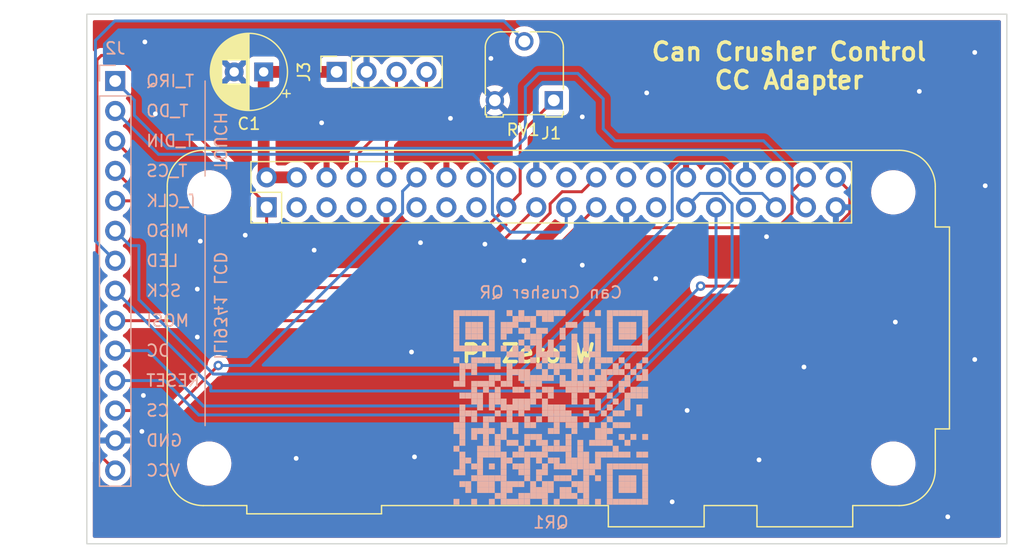
<source format=kicad_pcb>
(kicad_pcb (version 20211014) (generator pcbnew)
  (layers (0 "F.Cu" signal) (31 "B.Cu" signal) (34 "B.Paste" user) (35 "F.Paste" user) (36 "B.SilkS" user "B.Silkscreen") (37 "F.SilkS" user "F.Silkscreen") (38 "B.Mask" user) (39 "F.Mask" user) (44 "Edge.Cuts" user))
  (net 0 "")
  (net 1 "+5V")
  (net 2 "GND")
  (net 3 "+3V3")
  (net 7 "Net-(J1-Pad8)")
  (net 8 "Net-(J1-Pad10)")
  (net 10 "Net-(J1-Pad12)")
  (net 15 "Net-(J1-Pad19)")
  (net 16 "Net-(J1-Pad21)")
  (net 18 "Net-(J1-Pad23)")
  (net 19 "Net-(J1-Pad24)")
  (net 23 "Net-(J1-Pad29)")
  (net 24 "Net-(J1-Pad31)")
  (net 27 "Net-(J1-Pad35)")
  (net 29 "Net-(J1-Pad37)")
  (net 30 "Net-(J1-Pad38)")
  (net 31 "Net-(J1-Pad40)")
  (net 32 "Net-(J2-Pad7)")
  (footprint "Connector_PinSocket_2.54mm:PinSocket_1x04_P2.54mm_Vertical" (layer "F.Cu") (at 130.175 56.896 90)
    (fp_text reference "J3" (at 0 -2.77 90) (layer "F.SilkS"))
    (fp_text value "Pico_Connector")
    (pad "1" thru_hole rect (at 0 0 90) (size 1.7 1.7) (drill 1) (layers *.Cu *.Mask) (net 1 "+5V"))
    (pad "2" thru_hole oval (at 0 2.54 90) (size 1.7 1.7) (drill 1) (layers *.Cu *.Mask) (net 2 "GND"))
    (pad "3" thru_hole oval (at 0 5.08 90) (size 1.7 1.7) (drill 1) (layers *.Cu *.Mask) (net 7 "Net-(J1-Pad8)"))
    (pad "4" thru_hole oval (at 0 7.62 90) (size 1.7 1.7) (drill 1) (layers *.Cu *.Mask) (net 8 "Net-(J1-Pad10)"))
  )
  (footprint "Potentiometer_THT:Potentiometer_Runtron_RM-065_Vertical" (layer "F.Cu") (at 148.59 59.309 180)
    (fp_text reference "RV1" (at 2.6 -2.5) (layer "F.SilkS"))
    (fp_text value "R_Potentiometer")
    (pad "1" thru_hole rect (at 0 0 180) (size 1.56 1.56) (drill 1) (layers *.Cu *.Mask) (net 3 "+3V3"))
    (pad "2" thru_hole circle (at 2.5 5 180) (size 1.56 1.56) (drill 1) (layers *.Cu *.Mask) (net 32 "Net-(J2-Pad7)"))
    (pad "3" thru_hole circle (at 5 0 180) (size 1.56 1.56) (drill 1) (layers *.Cu *.Mask) (net 2 "GND"))
  )
  (footprint "Capacitor_THT:CP_Radial_D6.3mm_P2.50mm" (layer "F.Cu") (at 123.99138 56.896 180)
    (fp_text reference "C1" (at 1.25 -4.4) (layer "F.SilkS"))
    (fp_text value "C_Polarized")
    (pad "1" thru_hole rect (at 0 0 180) (size 1.6 1.6) (drill 0.8) (layers *.Cu *.Mask) (net 1 "+5V"))
    (pad "2" thru_hole circle (at 2.5 0 180) (size 1.6 1.6) (drill 0.8) (layers *.Cu *.Mask) (net 2 "GND"))
  )
  (footprint "Connector_PinSocket_2.54mm:PinSocket_1x14_P2.54mm_Vertical" (layer "B.Cu") (at 111.404 57.668 180)
    (fp_text reference "J2" (at 0 2.77) (layer "B.SilkS") (effects (justify mirror)))
    (fp_text value "ILI9341_LCD_TouchScreen")
    (fp_text user "MISO" (at -2.54 -12.7 unlocked) (layer "B.SilkS") (effects (justify right mirror)))
    (fp_text user "T_CLK" (at -2.54 -10.16 unlocked) (layer "B.SilkS") (effects (justify right mirror)))
    (fp_text user "T_CS" (at -2.54 -7.62 unlocked) (layer "B.SilkS") (effects (justify right mirror)))
    (fp_text user "CS" (at -2.54 -27.94 unlocked) (layer "B.SilkS") (effects (justify right mirror)))
    (fp_text user "DC" (at -2.54 -22.86 unlocked) (layer "B.SilkS") (effects (justify right mirror)))
    (fp_text user "SCK" (at -2.54 -17.78 unlocked) (layer "B.SilkS") (effects (justify right mirror)))
    (fp_text user "RESET" (at -2.54 -25.4 unlocked) (layer "B.SilkS") (effects (justify right mirror)))
    (fp_text user "LED" (at -2.54 -15.24 unlocked) (layer "B.SilkS") (effects (justify right mirror)))
    (fp_text user "MOSI" (at -2.54 -20.32 unlocked) (layer "B.SilkS") (effects (justify right mirror)))
    (fp_text user "T_IRQ" (at -2.54 0 unlocked) (layer "B.SilkS") (effects (justify right mirror)))
    (fp_text user "TOUCH" (at -8.89 -5.08 270 unlocked) (layer "B.SilkS") (effects (justify mirror)))
    (fp_text user "GND" (at -2.54 -30.48 unlocked) (layer "B.SilkS") (effects (justify right mirror)))
    (fp_text user "T_DIN" (at -2.54 -5.08 unlocked) (layer "B.SilkS") (effects (justify right mirror)))
    (fp_text user "ILI9341 LCD" (at -8.89 -19.05 270 unlocked) (layer "B.SilkS") (effects (justify mirror)))
    (fp_text user "T_DO" (at -2.54 -2.54 unlocked) (layer "B.SilkS") (effects (justify right mirror)))
    (fp_text user "VCC" (at -2.54 -33.02 unlocked) (layer "B.SilkS") (effects (justify right mirror)))
    (pad "1" thru_hole rect (at 0 0 180) (size 1.7 1.7) (drill 1) (layers *.Cu *.Mask) (net 29 "Net-(J1-Pad37)"))
    (pad "2" thru_hole oval (at 0 -2.54 180) (size 1.7 1.7) (drill 1) (layers *.Cu *.Mask) (net 16 "Net-(J1-Pad21)"))
    (pad "3" thru_hole oval (at 0 -5.08 180) (size 1.7 1.7) (drill 1) (layers *.Cu *.Mask) (net 15 "Net-(J1-Pad19)"))
    (pad "4" thru_hole oval (at 0 -7.62 180) (size 1.7 1.7) (drill 1) (layers *.Cu *.Mask) (net 19 "Net-(J1-Pad24)"))
    (pad "5" thru_hole oval (at 0 -10.16 180) (size 1.7 1.7) (drill 1) (layers *.Cu *.Mask) (net 18 "Net-(J1-Pad23)"))
    (pad "6" thru_hole oval (at 0 -12.7 180) (size 1.7 1.7) (drill 1) (layers *.Cu *.Mask) (net 27 "Net-(J1-Pad35)"))
    (pad "7" thru_hole oval (at 0 -15.24 180) (size 1.7 1.7) (drill 1) (layers *.Cu *.Mask) (net 32 "Net-(J2-Pad7)"))
    (pad "8" thru_hole oval (at 0 -17.78 180) (size 1.7 1.7) (drill 1) (layers *.Cu *.Mask) (net 31 "Net-(J1-Pad40)"))
    (pad "9" thru_hole oval (at 0 -20.32 180) (size 1.7 1.7) (drill 1) (layers *.Cu *.Mask) (net 30 "Net-(J1-Pad38)"))
    (pad "10" thru_hole oval (at 0 -22.86 180) (size 1.7 1.7) (drill 1) (layers *.Cu *.Mask) (net 24 "Net-(J1-Pad31)"))
    (pad "11" thru_hole oval (at 0 -25.4 180) (size 1.7 1.7) (drill 1) (layers *.Cu *.Mask) (net 23 "Net-(J1-Pad29)"))
    (pad "12" thru_hole oval (at 0 -27.94 180) (size 1.7 1.7) (drill 1) (layers *.Cu *.Mask) (net 10 "Net-(J1-Pad12)"))
    (pad "13" thru_hole oval (at 0 -30.48 180) (size 1.7 1.7) (drill 1) (layers *.Cu *.Mask) (net 2 "GND"))
    (pad "14" thru_hole oval (at 0 -33.02 180) (size 1.7 1.7) (drill 1) (layers *.Cu *.Mask) (net 3 "+3V3"))
  )
  (footprint "PiHat:Can Crusher QR" (layer "B.Cu") (at 148.336 85.344 180)
    (fp_text reference "QR1" (at 0 -9.75) (layer "B.SilkS") (effects (justify mirror)))
    (fp_text value "Can Crusher QR" (at 0 9.75) (layer "B.SilkS") (effects (justify mirror)))
  )
  (footprint "Module:Raspberry_Pi_Zero_Socketed_THT_FaceDown_MountingHoles" (layer "B.Cu") (at 124.243 68.374 -90)
    (fp_text reference "J1" (at -6.27 -24.13 180) (layer "F.SilkS"))
    (fp_text value "Raspberry_Pi_2_3")
    (pad "" np_thru_hole circle (at -1.27 4.87 180) (size 2.75 2.75) (drill 2.75) (layers *.Cu *.Mask))
    (pad "" np_thru_hole circle (at -1.27 -53.13 180) (size 2.75 2.75) (drill 2.75) (layers *.Cu *.Mask))
    (pad "" np_thru_hole circle (at 21.73 4.87 180) (size 2.75 2.75) (drill 2.75) (layers *.Cu *.Mask))
    (pad "" np_thru_hole circle (at 21.73 -53.13 180) (size 2.75 2.75) (drill 2.75) (layers *.Cu *.Mask))
    (pad "1" thru_hole rect (at 0 0 270) (size 1.7 1.7) (drill 1) (layers *.Cu *.Mask) (net 3 "+3V3"))
    (pad "2" thru_hole oval (at -2.54 0 270) (size 1.7 1.7) (drill 1) (layers *.Cu *.Mask) (net 1 "+5V"))
    (pad "3" thru_hole oval (at 0 -2.54 270) (size 1.7 1.7) (drill 1) (layers *.Cu *.Mask))
    (pad "4" thru_hole oval (at -2.54 -2.54 270) (size 1.7 1.7) (drill 1) (layers *.Cu *.Mask) (net 1 "+5V"))
    (pad "5" thru_hole oval (at 0 -5.08 270) (size 1.7 1.7) (drill 1) (layers *.Cu *.Mask))
    (pad "6" thru_hole oval (at -2.54 -5.08 270) (size 1.7 1.7) (drill 1) (layers *.Cu *.Mask) (net 2 "GND"))
    (pad "7" thru_hole oval (at 0 -7.62 270) (size 1.7 1.7) (drill 1) (layers *.Cu *.Mask))
    (pad "8" thru_hole oval (at -2.54 -7.62 270) (size 1.7 1.7) (drill 1) (layers *.Cu *.Mask) (net 7 "Net-(J1-Pad8)"))
    (pad "9" thru_hole oval (at 0 -10.16 270) (size 1.7 1.7) (drill 1) (layers *.Cu *.Mask) (net 2 "GND"))
    (pad "10" thru_hole oval (at -2.54 -10.16 270) (size 1.7 1.7) (drill 1) (layers *.Cu *.Mask) (net 8 "Net-(J1-Pad10)"))
    (pad "11" thru_hole oval (at 0 -12.7 270) (size 1.7 1.7) (drill 1) (layers *.Cu *.Mask))
    (pad "12" thru_hole oval (at -2.54 -12.7 270) (size 1.7 1.7) (drill 1) (layers *.Cu *.Mask) (net 10 "Net-(J1-Pad12)"))
    (pad "13" thru_hole oval (at 0 -15.24 270) (size 1.7 1.7) (drill 1) (layers *.Cu *.Mask))
    (pad "14" thru_hole oval (at -2.54 -15.24 270) (size 1.7 1.7) (drill 1) (layers *.Cu *.Mask) (net 2 "GND"))
    (pad "15" thru_hole oval (at 0 -17.78 270) (size 1.7 1.7) (drill 1) (layers *.Cu *.Mask))
    (pad "16" thru_hole oval (at -2.54 -17.78 270) (size 1.7 1.7) (drill 1) (layers *.Cu *.Mask))
    (pad "17" thru_hole oval (at 0 -20.32 270) (size 1.7 1.7) (drill 1) (layers *.Cu *.Mask) (net 3 "+3V3"))
    (pad "18" thru_hole oval (at -2.54 -20.32 270) (size 1.7 1.7) (drill 1) (layers *.Cu *.Mask))
    (pad "19" thru_hole oval (at 0 -22.86 270) (size 1.7 1.7) (drill 1) (layers *.Cu *.Mask) (net 15 "Net-(J1-Pad19)"))
    (pad "20" thru_hole oval (at -2.54 -22.86 270) (size 1.7 1.7) (drill 1) (layers *.Cu *.Mask) (net 2 "GND"))
    (pad "21" thru_hole oval (at 0 -25.4 270) (size 1.7 1.7) (drill 1) (layers *.Cu *.Mask) (net 16 "Net-(J1-Pad21)"))
    (pad "22" thru_hole oval (at -2.54 -25.4 270) (size 1.7 1.7) (drill 1) (layers *.Cu *.Mask))
    (pad "23" thru_hole oval (at 0 -27.94 270) (size 1.7 1.7) (drill 1) (layers *.Cu *.Mask) (net 18 "Net-(J1-Pad23)"))
    (pad "24" thru_hole oval (at -2.54 -27.94 270) (size 1.7 1.7) (drill 1) (layers *.Cu *.Mask) (net 19 "Net-(J1-Pad24)"))
    (pad "25" thru_hole oval (at 0 -30.48 270) (size 1.7 1.7) (drill 1) (layers *.Cu *.Mask) (net 2 "GND"))
    (pad "26" thru_hole oval (at -2.54 -30.48 270) (size 1.7 1.7) (drill 1) (layers *.Cu *.Mask))
    (pad "27" thru_hole oval (at 0 -33.02 270) (size 1.7 1.7) (drill 1) (layers *.Cu *.Mask))
    (pad "28" thru_hole oval (at -2.54 -33.02 270) (size 1.7 1.7) (drill 1) (layers *.Cu *.Mask))
    (pad "29" thru_hole oval (at 0 -35.56 270) (size 1.7 1.7) (drill 1) (layers *.Cu *.Mask) (net 23 "Net-(J1-Pad29)"))
    (pad "30" thru_hole oval (at -2.54 -35.56 270) (size 1.7 1.7) (drill 1) (layers *.Cu *.Mask) (net 2 "GND"))
    (pad "31" thru_hole oval (at 0 -38.1 270) (size 1.7 1.7) (drill 1) (layers *.Cu *.Mask) (net 24 "Net-(J1-Pad31)"))
    (pad "32" thru_hole oval (at -2.54 -38.1 270) (size 1.7 1.7) (drill 1) (layers *.Cu *.Mask))
    (pad "33" thru_hole oval (at 0 -40.64 270) (size 1.7 1.7) (drill 1) (layers *.Cu *.Mask))
    (pad "34" thru_hole oval (at -2.54 -40.64 270) (size 1.7 1.7) (drill 1) (layers *.Cu *.Mask) (net 2 "GND"))
    (pad "35" thru_hole oval (at 0 -43.18 270) (size 1.7 1.7) (drill 1) (layers *.Cu *.Mask) (net 27 "Net-(J1-Pad35)"))
    (pad "36" thru_hole oval (at -2.54 -43.18 270) (size 1.7 1.7) (drill 1) (layers *.Cu *.Mask))
    (pad "37" thru_hole oval (at 0 -45.72 270) (size 1.7 1.7) (drill 1) (layers *.Cu *.Mask) (net 29 "Net-(J1-Pad37)"))
    (pad "38" thru_hole oval (at -2.54 -45.72 270) (size 1.7 1.7) (drill 1) (layers *.Cu *.Mask) (net 30 "Net-(J1-Pad38)"))
    (pad "39" thru_hole oval (at 0 -48.26 270) (size 1.7 1.7) (drill 1) (layers *.Cu *.Mask) (net 2 "GND"))
    (pad "40" thru_hole oval (at -2.54 -48.26 270) (size 1.7 1.7) (drill 1) (layers *.Cu *.Mask) (net 31 "Net-(J1-Pad40)"))
  )
  (gr_rect (start 109 52) (end 187 96.905) (layer "Edge.Cuts") (width 0.1) (fill none))
  (gr_text "Can Crusher Control\nCC Adapter" (at 168.529 56.388) (layer "F.SilkS") (effects (font (size 1.5 1.5) (thickness 0.3))))
  (gr_text "Pi Zero W\n" (at 146.431 80.772) (layer "F.SilkS") (effects (font (size 1.5 1.5) (thickness 0.3))))
  (segment (start 130.175 56.896) (end 123.99138 56.896) (width 1) (layer "F.Cu") (net 1))
  (segment (start 124.243 65.834) (end 126.783 65.834) (width 1) (layer "F.Cu") (net 1))
  (segment (start 123.99138 56.896) (end 123.99138 65.58238) (width 1) (layer "F.Cu") (net 1))
  (segment (start 123.99138 65.58238) (end 124.243 65.834) (width 0.25) (layer "F.Cu") (net 1))
  (via (at 157.226 74.422) (size 0.8) (drill 0.4) (layers "F.Cu" "B.Cu") (net 2))
  (via (at 184.277 55.245) (size 0.8) (drill 0.4) (layers "F.Cu" "B.Cu") (net 2))
  (via (at 118.618 71.247) (size 0.8) (drill 0.4) (layers "F.Cu" "B.Cu") (net 2))
  (via (at 181.991 94.615) (size 0.8) (drill 0.4) (layers "F.Cu" "B.Cu") (net 2))
  (via (at 179.578 58.547) (size 0.8) (drill 0.4) (layers "F.Cu" "B.Cu") (net 2))
  (via (at 185.166 66.548) (size 0.8) (drill 0.4) (layers "F.Cu" "B.Cu") (net 2))
  (via (at 177.546 78.105) (size 0.8) (drill 0.4) (layers "F.Cu" "B.Cu") (net 2))
  (via (at 159.893 85.598) (size 0.8) (drill 0.4) (layers "F.Cu" "B.Cu") (net 2))
  (via (at 136.779 89.535) (size 0.8) (drill 0.4) (layers "F.Cu" "B.Cu") (net 2))
  (via (at 143.256 55.753) (size 0.8) (drill 0.4) (layers "F.Cu" "B.Cu") (net 2))
  (via (at 118.364 75.311) (size 0.8) (drill 0.4) (layers "F.Cu" "B.Cu") (net 2))
  (via (at 113.919 54.356) (size 0.8) (drill 0.4) (layers "F.Cu" "B.Cu") (net 2))
  (via (at 114.808 60.452) (size 0.8) (drill 0.4) (layers "F.Cu" "B.Cu") (net 2))
  (via (at 139.827 60.833) (size 0.8) (drill 0.4) (layers "F.Cu" "B.Cu") (net 2))
  (via (at 166.624 70.866) (size 0.8) (drill 0.4) (layers "F.Cu" "B.Cu") (net 2))
  (via (at 126.746 89.662) (size 0.8) (drill 0.4) (layers "F.Cu" "B.Cu") (net 2))
  (via (at 136.525 80.645) (size 0.8) (drill 0.4) (layers "F.Cu" "B.Cu") (net 2))
  (via (at 128.905 61.214) (size 0.8) (drill 0.4) (layers "F.Cu" "B.Cu") (net 2))
  (via (at 158.623 93.345) (size 0.8) (drill 0.4) (layers "F.Cu" "B.Cu") (net 2))
  (via (at 118.364 79.375) (size 0.8) (drill 0.4) (layers "F.Cu" "B.Cu") (net 2))
  (via (at 122.428 70.739) (size 0.8) (drill 0.4) (layers "F.Cu" "B.Cu") (net 2))
  (via (at 142.748 71.501) (size 0.8) (drill 0.4) (layers "F.Cu" "B.Cu") (net 2))
  (via (at 128.27 72.009) (size 0.8) (drill 0.4) (layers "F.Cu" "B.Cu") (net 2))
  (via (at 184.277 81.28) (size 0.8) (drill 0.4) (layers "F.Cu" "B.Cu") (net 2))
  (via (at 151.003 73.279) (size 0.8) (drill 0.4) (layers "F.Cu" "B.Cu") (net 2))
  (via (at 146.05 72.898) (size 0.8) (drill 0.4) (layers "F.Cu" "B.Cu") (net 2))
  (via (at 113.792 84.328) (size 0.8) (drill 0.4) (layers "F.Cu" "B.Cu") (net 2))
  (via (at 169.799 81.915) (size 0.8) (drill 0.4) (layers "F.Cu" "B.Cu") (net 2))
  (via (at 137.287 71.374) (size 0.8) (drill 0.4) (layers "F.Cu" "B.Cu") (net 2))
  (via (at 151.003 60.706) (size 0.8) (drill 0.4) (layers "F.Cu" "B.Cu") (net 2))
  (via (at 156.464 58.674) (size 0.8) (drill 0.4) (layers "F.Cu" "B.Cu") (net 2))
  (via (at 113.665 87.376) (size 0.8) (drill 0.4) (layers "F.Cu" "B.Cu") (net 2))
  (via (at 165.989 89.789) (size 0.8) (drill 0.4) (layers "F.Cu" "B.Cu") (net 2))
  (segment (start 125.603 74.168) (end 124.243 72.808) (width 0.25) (layer "F.Cu") (net 3))
  (segment (start 145.738 62.161) (end 148.59 59.309) (width 0.25) (layer "F.Cu") (net 3))
  (segment (start 110.236 55.499) (end 111.585 55.499) (width 0.25) (layer "F.Cu") (net 3))
  (segment (start 124.243 68.157) (end 124.243 68.374) (width 0.25) (layer "F.Cu") (net 3))
  (segment (start 109.855 55.88) (end 110.236 55.499) (width 0.25) (layer "F.Cu") (net 3))
  (segment (start 145.738 67.199) (end 145.738 62.161) (width 0.25) (layer "F.Cu") (net 3))
  (segment (start 144.563 68.374) (end 145.738 67.199) (width 0.25) (layer "F.Cu") (net 3))
  (segment (start 138.769 74.168) (end 125.603 74.168) (width 0.25) (layer "F.Cu") (net 3))
  (segment (start 111.404 90.688) (end 109.855 89.139) (width 0.25) (layer "F.Cu") (net 3))
  (segment (start 144.563 68.374) (end 138.769 74.168) (width 0.25) (layer "F.Cu") (net 3))
  (segment (start 111.585 55.499) (end 124.243 68.157) (width 0.25) (layer "F.Cu") (net 3))
  (segment (start 124.243 72.808) (end 124.243 68.374) (width 0.25) (layer "F.Cu") (net 3))
  (segment (start 109.855 89.139) (end 109.855 55.88) (width 0.25) (layer "F.Cu") (net 3))
  (segment (start 135.255 60.579) (end 135.255 56.896) (width 0.25) (layer "F.Cu") (net 7))
  (segment (start 131.863 65.834) (end 131.863 63.971) (width 0.25) (layer "F.Cu") (net 7))
  (segment (start 131.863 63.971) (end 135.255 60.579) (width 0.25) (layer "F.Cu") (net 7))
  (segment (start 134.403 65.834) (end 134.403 62.828) (width 0.25) (layer "F.Cu") (net 8))
  (segment (start 137.795 59.436) (end 137.795 56.896) (width 0.25) (layer "F.Cu") (net 8))
  (segment (start 134.403 62.828) (end 137.795 59.436) (width 0.25) (layer "F.Cu") (net 8))
  (segment (start 116.322 85.608) (end 120.142 81.788) (width 0.25) (layer "F.Cu") (net 10))
  (segment (start 111.404 85.608) (end 116.322 85.608) (width 0.25) (layer "F.Cu") (net 10))
  (via (at 120.142 81.788) (size 0.8) (drill 0.4) (layers "F.Cu" "B.Cu") (net 10))
  (segment (start 122.840701 81.788) (end 135.768 68.860701) (width 0.25) (layer "B.Cu") (net 10))
  (segment (start 120.142 81.788) (end 122.840701 81.788) (width 0.25) (layer "B.Cu") (net 10))
  (segment (start 135.768 68.860701) (end 135.768 67.009) (width 0.25) (layer "B.Cu") (net 10))
  (segment (start 135.768 67.009) (end 136.943 65.834) (width 0.25) (layer "B.Cu") (net 10))
  (segment (start 111.404 62.748) (end 123.317 74.661) (width 0.25) (layer "F.Cu") (net 15))
  (segment (start 140.293 75.184) (end 147.103 68.374) (width 0.25) (layer "F.Cu") (net 15))
  (segment (start 123.317 74.661) (end 123.317 75.184) (width 0.25) (layer "F.Cu") (net 15))
  (segment (start 123.317 75.184) (end 140.293 75.184) (width 0.25) (layer "F.Cu") (net 15))
  (segment (start 143.388 68.966) (end 144.907 70.485) (width 0.25) (layer "B.Cu") (net 16))
  (segment (start 144.907 70.485) (end 149.098 70.485) (width 0.25) (layer "B.Cu") (net 16))
  (segment (start 149.643 69.94) (end 149.643 68.374) (width 0.25) (layer "B.Cu") (net 16))
  (segment (start 115.077 63.881) (end 141.731701 63.881) (width 0.25) (layer "B.Cu") (net 16))
  (segment (start 149.098 70.485) (end 149.643 69.94) (width 0.25) (layer "B.Cu") (net 16))
  (segment (start 111.404 60.208) (end 115.077 63.881) (width 0.25) (layer "B.Cu") (net 16))
  (segment (start 141.731701 63.881) (end 143.388 65.537299) (width 0.25) (layer "B.Cu") (net 16))
  (segment (start 143.388 65.537299) (end 143.388 68.966) (width 0.25) (layer "B.Cu") (net 16))
  (segment (start 111.404 67.828) (end 112.786 67.828) (width 0.25) (layer "F.Cu") (net 18))
  (segment (start 112.786 67.828) (end 122.174 77.216) (width 0.25) (layer "F.Cu") (net 18))
  (segment (start 143.341 77.216) (end 152.183 68.374) (width 0.25) (layer "F.Cu") (net 18))
  (segment (start 122.174 77.216) (end 143.341 77.216) (width 0.25) (layer "F.Cu") (net 18))
  (segment (start 122.443 76.327) (end 140.811701 76.327) (width 0.25) (layer "F.Cu") (net 19))
  (segment (start 111.404 65.288) (end 122.443 76.327) (width 0.25) (layer "F.Cu") (net 19))
  (segment (start 149.299299 67.056) (end 150.961 67.056) (width 0.25) (layer "F.Cu") (net 19))
  (segment (start 148.278 68.860701) (end 148.278 68.077299) (width 0.25) (layer "F.Cu") (net 19))
  (segment (start 148.278 68.077299) (end 149.299299 67.056) (width 0.25) (layer "F.Cu") (net 19))
  (segment (start 150.961 67.056) (end 152.183 65.834) (width 0.25) (layer "F.Cu") (net 19))
  (segment (start 140.811701 76.327) (end 148.278 68.860701) (width 0.25) (layer "F.Cu") (net 19))
  (segment (start 163.703 74.549) (end 152.273 85.979) (width 0.25) (layer "B.Cu") (net 23))
  (segment (start 160.978 67.199) (end 162.83 67.199) (width 0.25) (layer "B.Cu") (net 23))
  (segment (start 163.703 68.072) (end 163.703 74.549) (width 0.25) (layer "B.Cu") (net 23))
  (segment (start 118.491 85.979) (end 115.58 83.068) (width 0.25) (layer "B.Cu") (net 23))
  (segment (start 162.83 67.199) (end 163.703 68.072) (width 0.25) (layer "B.Cu") (net 23))
  (segment (start 115.58 83.068) (end 111.404 83.068) (width 0.25) (layer "B.Cu") (net 23))
  (segment (start 152.273 85.979) (end 118.491 85.979) (width 0.25) (layer "B.Cu") (net 23))
  (segment (start 159.803 68.374) (end 160.978 67.199) (width 0.25) (layer "B.Cu") (net 23))
  (segment (start 118.872 85.217) (end 152.273 85.217) (width 0.25) (layer "B.Cu") (net 24))
  (segment (start 152.273 85.217) (end 162.343 75.147) (width 0.25) (layer "B.Cu") (net 24))
  (segment (start 114.183 80.528) (end 118.872 85.217) (width 0.25) (layer "B.Cu") (net 24))
  (segment (start 111.404 80.528) (end 114.183 80.528) (width 0.25) (layer "B.Cu") (net 24))
  (segment (start 162.343 75.147) (end 162.343 68.374) (width 0.25) (layer "B.Cu") (net 24))
  (segment (start 145.51 82.513) (end 119.724 82.513) (width 0.25) (layer "B.Cu") (net 27))
  (segment (start 158.628 65.347299) (end 158.628 69.395) (width 0.25) (layer "B.Cu") (net 27))
  (segment (start 162.829701 64.659) (end 159.316299 64.659) (width 0.25) (layer "B.Cu") (net 27))
  (segment (start 158.628 69.395) (end 145.51 82.513) (width 0.25) (layer "B.Cu") (net 27))
  (segment (start 112.664 71.628) (end 111.404 70.368) (width 0.25) (layer "B.Cu") (net 27))
  (segment (start 164.396299 67.199) (end 163.518 66.320701) (width 0.25) (layer "B.Cu") (net 27))
  (segment (start 166.248 67.199) (end 164.396299 67.199) (width 0.25) (layer "B.Cu") (net 27))
  (segment (start 159.316299 64.659) (end 158.628 65.347299) (width 0.25) (layer "B.Cu") (net 27))
  (segment (start 119.724 82.513) (end 113.411 76.2) (width 0.25) (layer "B.Cu") (net 27))
  (segment (start 163.518 65.347299) (end 162.829701 64.659) (width 0.25) (layer "B.Cu") (net 27))
  (segment (start 167.423 68.374) (end 166.248 67.199) (width 0.25) (layer "B.Cu") (net 27))
  (segment (start 163.518 66.320701) (end 163.518 65.347299) (width 0.25) (layer "B.Cu") (net 27))
  (segment (start 113.411 76.2) (end 113.411 71.628) (width 0.25) (layer "B.Cu") (net 27))
  (segment (start 113.411 71.628) (end 112.664 71.628) (width 0.25) (layer "B.Cu") (net 27))
  (segment (start 146.177 58.166) (end 147.32 57.023) (width 0.25) (layer "B.Cu") (net 29))
  (segment (start 168.788 67.199) (end 169.963 68.374) (width 0.25) (layer "B.Cu") (net 29))
  (segment (start 111.404 57.668) (end 113.03 59.294) (width 0.25) (layer "B.Cu") (net 29))
  (segment (start 146.177 62.484) (end 146.177 58.166) (width 0.25) (layer "B.Cu") (net 29))
  (segment (start 147.32 57.023) (end 150.622 57.023) (width 0.25) (layer "B.Cu") (net 29))
  (segment (start 152.781 61.722) (end 153.797 62.738) (width 0.25) (layer "B.Cu") (net 29))
  (segment (start 115.824 63.373) (end 145.288 63.373) (width 0.25) (layer "B.Cu") (net 29))
  (segment (start 152.781 59.182) (end 152.781 61.722) (width 0.25) (layer "B.Cu") (net 29))
  (segment (start 113.03 59.294) (end 113.03 60.579) (width 0.25) (layer "B.Cu") (net 29))
  (segment (start 168.788 65.156) (end 168.788 67.199) (width 0.25) (layer "B.Cu") (net 29))
  (segment (start 153.797 62.738) (end 166.37 62.738) (width 0.25) (layer "B.Cu") (net 29))
  (segment (start 150.622 57.023) (end 152.781 59.182) (width 0.25) (layer "B.Cu") (net 29))
  (segment (start 166.37 62.738) (end 168.788 65.156) (width 0.25) (layer "B.Cu") (net 29))
  (segment (start 113.03 60.579) (end 115.824 63.373) (width 0.25) (layer "B.Cu") (net 29))
  (segment (start 145.288 63.373) (end 146.177 62.484) (width 0.25) (layer "B.Cu") (net 29))
  (segment (start 168.788 68.860701) (end 168.788 67.009) (width 0.25) (layer "F.Cu") (net 30))
  (segment (start 151.765 70.104) (end 167.544701 70.104) (width 0.25) (layer "F.Cu") (net 30))
  (segment (start 168.788 67.009) (end 169.963 65.834) (width 0.25) (layer "F.Cu") (net 30))
  (segment (start 143.881 77.988) (end 151.765 70.104) (width 0.25) (layer "F.Cu") (net 30))
  (segment (start 111.404 77.988) (end 143.881 77.988) (width 0.25) (layer "F.Cu") (net 30))
  (segment (start 167.544701 70.104) (end 168.788 68.860701) (width 0.25) (layer "F.Cu") (net 30))
  (segment (start 167.481701 75.057) (end 173.678 68.860701) (width 0.25) (layer "F.Cu") (net 31))
  (segment (start 161.036 75.057) (end 167.481701 75.057) (width 0.25) (layer "F.Cu") (net 31))
  (segment (start 173.678 67.009) (end 172.503 65.834) (width 0.25) (layer "F.Cu") (net 31))
  (segment (start 173.678 68.860701) (end 173.678 67.009) (width 0.25) (layer "F.Cu") (net 31))
  (via (at 161.036 75.057) (size 0.8) (drill 0.4) (layers "F.Cu" "B.Cu") (net 31))
  (segment (start 152.146 83.947) (end 161.036 75.057) (width 0.25) (layer "B.Cu") (net 31))
  (segment (start 119.507 83.947) (end 152.146 83.947) (width 0.25) (layer "B.Cu") (net 31))
  (segment (start 111.404 75.448) (end 119.507 83.551) (width 0.25) (layer "B.Cu") (net 31))
  (segment (start 119.507 83.551) (end 119.507 83.947) (width 0.25) (layer "B.Cu") (net 31))
  (segment (start 111.379 52.578) (end 144.359 52.578) (width 0.25) (layer "B.Cu") (net 32))
  (segment (start 144.359 52.578) (end 146.09 54.309) (width 0.25) (layer "B.Cu") (net 32))
  (segment (start 109.728 54.229) (end 111.379 52.578) (width 0.25) (layer "B.Cu") (net 32))
  (segment (start 111.404 72.908) (end 109.728 71.232) (width 0.25) (layer "B.Cu") (net 32))
  (segment (start 109.728 71.232) (end 109.728 54.229) (width 0.25) (layer "B.Cu") (net 32))
  (zone (net 2) (net_name "GND") (layer "F.Cu") (connect_pads (clearance 0.508)) (min_thickness 0.254) (fill yes (thermal_gap 0.508) (thermal_bridge_width 0.508))
    (polygon (pts (xy 187.954769 98.033046) (xy 108.325769 97.779046) (xy 108.331 51.054) (xy 187.579 51.054)))
  )
  (zone (net 2) (net_name "GND") (layer "F.Cu") (connect_pads (clearance 0.508)) (min_thickness 0.254) (fill yes (thermal_gap 0.508) (thermal_bridge_width 0.508))
    (polygon (pts (xy 113.411 68.707) (xy 125.73 79.248) (xy 115.57 85.344) (xy 111.887 85.344) (xy 110.998 68.58)))
  )
  (zone (net 2) (net_name "GND") (layer "B.Cu") (connect_pads (clearance 0.508)) (min_thickness 0.254) (fill yes (thermal_gap 0.508) (thermal_bridge_width 0.508))
    (polygon (pts (xy 188.214 97.663) (xy 108.204 97.282) (xy 108.204 50.927) (xy 188.468 50.8)))
  )
  (zone (net 2) (net_name "GND") (layer "B.Cu") (connect_pads (clearance 0.508)) (min_thickness 0.254) (fill yes (thermal_gap 0.508) (thermal_bridge_width 0.508))
    (polygon (pts (xy 129.032 78.486) (xy 109.728 89.408) (xy 109.982 75.692) (xy 110.871 60.706)))
  )
)
</source>
